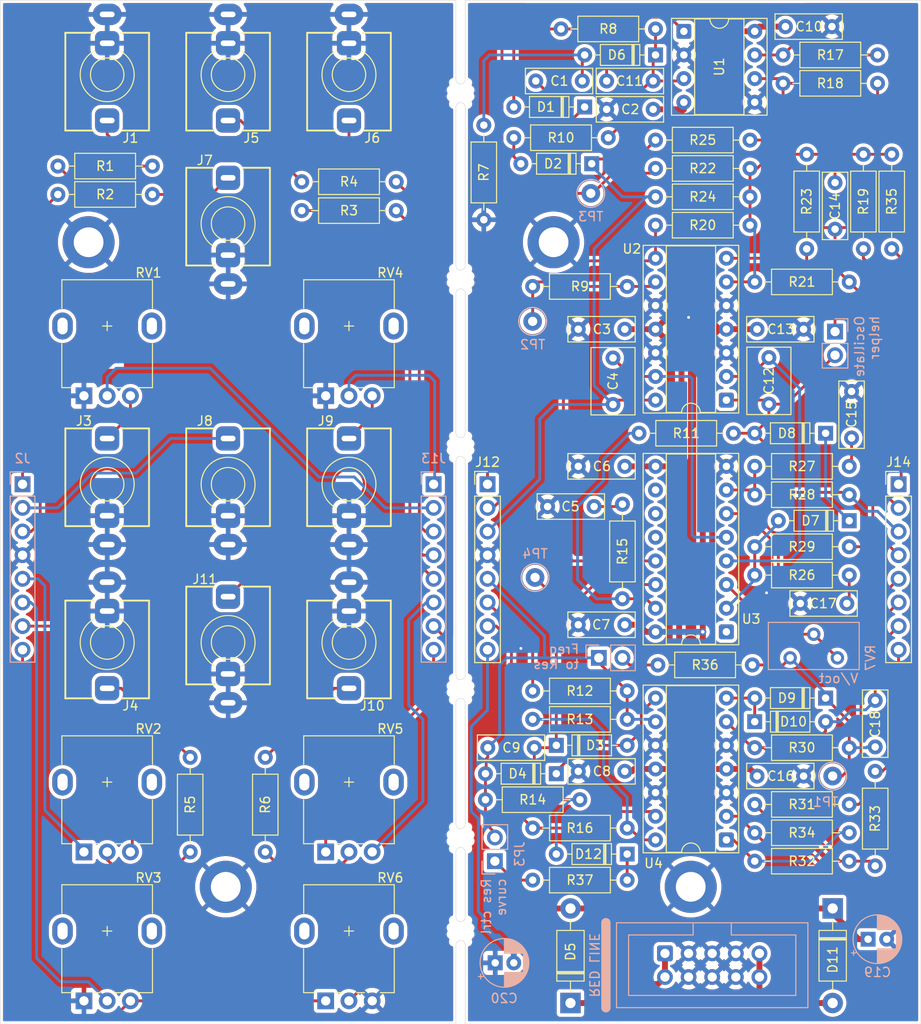
<source format=kicad_pcb>
(kicad_pcb (version 20241229) (generator "pcbnew") (generator_version "9.0")
  (title_block (comment 2 "creativecommons.org/licenses/by/4.0") (comment 3 "License: CC BY 4.0") (comment 4 "Author: Guy John"))
  (layers (0 "F.Cu" signal) (2 "B.Cu" signal) (5 "F.SilkS" user "F.Silkscreen") (7 "B.SilkS" user "B.Silkscreen") (1 "F.Mask" user) (3 "B.Mask" user) (25 "Edge.Cuts" user))
  (net 0 "")
  (net 1 "/PING_MAIN")
  (net 2 "Net-(D1-A)")
  (net 3 "Net-(D2-A)")
  (net 4 "Net-(D1-K)")
  (net 5 "Net-(D6-A)")
  (net 6 "GND")
  (net 7 "Net-(U2D--)")
  (net 8 "Net-(U1B--)")
  (net 9 "Net-(C5-Pad1)")
  (net 10 "VCC")
  (net 11 "VEE")
  (net 12 "/FREQ_ATTV_CW_MAIN")
  (net 13 "Net-(D10-K)")
  (net 14 "/RES_ATTV_CW_MAIN")
  (net 15 "RES_VC")
  (net 16 "Net-(U2A--)")
  (net 17 "Net-(C15-Pad1)")
  (net 18 "Net-(C17-Pad1)")
  (net 19 "Net-(D3-A)")
  (net 20 "Net-(D9-K)")
  (net 21 "Net-(D7-A)")
  (net 22 "Net-(D6-K)")
  (net 23 "Net-(D7-K)")
  (net 24 "/HIPASS_CTRL")
  (net 25 "/PING_CTRL")
  (net 26 "Net-(J3-PadT)")
  (net 27 "Net-(J4-PadT)")
  (net 28 "/BANDPASS_CTRL")
  (net 29 "/LOWPASS_CTRL")
  (net 30 "Net-(J7-PadT)")
  (net 31 "Net-(J9-PadT)")
  (net 32 "/V_OCT_CTRL")
  (net 33 "/FILTER_INPUT_1_MAIN")
  (net 34 "/FILTER_INPUT_2_MAIN")
  (net 35 "/FILTER_INPUT_1_CTRL")
  (net 36 "/FILTER_INPUT_2_CTRL")
  (net 37 "/RES_ATTV_CW_CTRL")
  (net 38 "/FREQ_ATTV_ACW_CTRL")
  (net 39 "/RES_CV_CTRL")
  (net 40 "/RES_ATTV_ACW_CTRL")
  (net 41 "/FREQ_ATTV_CW_CTRL")
  (net 42 "/FREQ_CV_CTRL")
  (net 43 "/V_OCT_MAIN")
  (net 44 "/FREQ_ATTV_ACW_MAIN")
  (net 45 "/FREQ_CV_MAIN")
  (net 46 "/RES_CV_MAIN")
  (net 47 "/RES_ATTV_ACW_MAIN")
  (net 48 "Net-(JP1-A)")
  (net 49 "Net-(J10-PadT)")
  (net 50 "Net-(R5-Pad1)")
  (net 51 "Net-(R6-Pad1)")
  (net 52 "Net-(U2C--)")
  (net 53 "Net-(R20-Pad1)")
  (net 54 "Net-(R11-Pad1)")
  (net 55 "Net-(R13-Pad2)")
  (net 56 "Net-(R27-Pad1)")
  (net 57 "FREQ_VC")
  (net 58 "Net-(R32-Pad2)")
  (net 59 "Net-(U2B--)")
  (net 60 "/+12IN")
  (net 61 "/-12IN")
  (net 62 "/NEG_VREF_MAIN")
  (net 63 "/NEG_VREF_CTRL")
  (net 64 "HI_PASS_OUTPUT")
  (net 68 "BAND_PASS_OUTPUT")
  (net 69 "LOW_PASS_OUTPUT")
  (net 70 "Net-(J1-PadT)")
  (net 71 "Net-(J5-PadT)")
  (net 72 "Net-(J6-PadT)")
  (net 73 "NOTCH_OUTPUT")
  (net 74 "/NOTCH_CTRL")
  (net 76 "Net-(JP2-B)")
  (net 77 "Net-(D12-K)")
  (net 78 "Net-(JP3-A)")
  (footprint "Rumblesan_Standard_Parts:R_Axial_DIN0207_L6.3mm_D2.5mm_P10.16mm_Horizontal" (layer "F.Cu") (at 162.814 66.548 -90)
    (property "Reference" "R19")
    (property "Value" "100k")
  )
  (footprint "Rumblesan_Standard_Parts:R_Axial_DIN0207_L6.3mm_D2.5mm_P10.16mm_Horizontal" (layer "F.Cu") (at 161.29 80.264 180)
    (property "Reference" "R21")
    (property "Value" "100k")
  )
  (footprint "Rumblesan_Audio_Connectors:Jack_3.5mm_QingPu_WQP-PJ398SM_Vertical" (layer "F.Cu") (at 107.5 119 180)
    (property "Reference" "J10")
    (property "Value" "AudioJack2_SwitchT" (hide yes))
  )
  (footprint "Rumblesan_Standard_Parts:D_DO-41_SOD81_P10.16mm_Horizontal" (layer "F.Cu") (at 131.318 157.734 90)
    (property "Reference" "D5")
    (property "Value" "1N5818")
  )
  (footprint "Rumblesan_Standard_Parts:D_DO-35_SOD27_P7.62mm_Horizontal" (layer "F.Cu") (at 161.29 105.918 180)
    (property "Reference" "D7")
    (property "Value" "6v8")
  )
  (footprint "Rumblesan_Standard_Parts:R_Axial_DIN0207_L6.3mm_D2.5mm_P10.16mm_Horizontal" (layer "F.Cu") (at 130.302 53.086)
    (property "Reference" "R8")
    (property "Value" "1M5")
  )
  (footprint "Rumblesan_Standard_Parts:R_Axial_DIN0207_L6.3mm_D2.5mm_P10.16mm_Horizontal" (layer "F.Cu") (at 150.622 68.072 180)
    (property "Reference" "R22")
    (property "Value" "220k")
  )
  (footprint "Rumblesan_Standard_Parts:R_Axial_DIN0207_L6.3mm_D2.5mm_P10.16mm_Horizontal" (layer "F.Cu") (at 151.13 108.712)
    (property "Reference" "R29")
    (property "Value" "33k")
  )
  (footprint "Rumblesan_Standard_Parts:C_Rect_L7.0mm_W2.5mm_P5.00mm" (layer "F.Cu") (at 132.16 100.076)
    (property "Reference" "C6")
    (property "Value" "100nF")
  )
  (footprint "Capacitor_THT:C_Rect_L7.0mm_W4.5mm_P5.00mm" (layer "F.Cu") (at 152.654 88.392 -90)
    (property "Reference" "C12")
    (property "Value" "220pF")
  )
  (footprint "Rumblesan_Standard_Parts:MountingHole_3.2mm_M3_DIN965_Pad" (layer "F.Cu") (at 79.5 76)
    (property "Reference" "H2" (hide yes))
    (property "Value" "MountingHole_Pad" (hide yes))
  )
  (footprint "Rumblesan_Standard_Parts:D_DO-35_SOD27_P7.62mm_Horizontal" (layer "F.Cu") (at 137.414 141.732 180)
    (property "Reference" "D12")
    (property "Value" "1n4148")
  )
  (footprint "Rumblesan_Standard_Parts:C_Rect_L7.0mm_W2.5mm_P5.00mm" (layer "F.Cu") (at 164.084 125.222 -90)
    (property "Reference" "C18")
    (property "Value" "22pF")
  )
  (footprint "Rumblesan_Standard_Parts:R_Axial_DIN0207_L6.3mm_D2.5mm_P10.16mm_Horizontal" (layer "F.Cu") (at 137.414 138.938 180)
    (property "Reference" "R16")
    (property "Value" "33k")
  )
  (footprint "Rumblesan_Standard_Parts:R_Axial_DIN0207_L6.3mm_D2.5mm_P10.16mm_Horizontal" (layer "F.Cu") (at 156.718 76.708 90)
    (property "Reference" "R23")
    (property "Value" "330k")
  )
  (footprint "Rumblesan_Standard_Parts:D_DO-35_SOD27_P7.62mm_Horizontal" (layer "F.Cu") (at 129.794 133.096 180)
    (property "Reference" "D4")
    (property "Value" "1n4148")
  )
  (footprint "Rumblesan_Standard_Parts:C_Rect_L7.0mm_W2.5mm_P5.00mm" (layer "F.Cu") (at 161.036 114.808 180)
    (property "Reference" "C17")
    (property "Value" "560pF")
  )
  (footprint "Rumblesan_Potentiometer_THT:Potentiometer_Alpha_RD901F-40-00D_Single_Vertical" (layer "F.Cu") (at 107.5 85)
    (property "Reference" "RV4")
    (property "Value" "10kA" (hide yes))
  )
  (footprint "Rumblesan_Standard_Parts:R_Axial_DIN0207_L6.3mm_D2.5mm_P10.16mm_Horizontal" (layer "F.Cu") (at 165.862 66.548 -90)
    (property "Reference" "R35")
    (property "Value" "100k")
  )
  (footprint "Rumblesan_Standard_Parts:C_Rect_L7.0mm_W2.5mm_P5.00mm" (layer "F.Cu") (at 132.16 85.344)
    (property "Reference" "C3")
    (property "Value" "100nF")
  )
  (footprint "Rumblesan_Standard_Parts:R_Axial_DIN0207_L6.3mm_D2.5mm_P10.16mm_Horizontal" (layer "F.Cu") (at 132.334 135.89 180)
    (property "Reference" "R14")
    (property "Value" "33k")
  )
  (footprint "Rumblesan_Standard_Parts:MountingHole_3.2mm_M3_DIN965_Pad" (layer "F.Cu") (at 144.25 145.25)
    (property "Reference" "H4" (hide yes))
    (property "Value" "MountingHole_Pad" (hide yes))
  )
  (footprint "Rumblesan_Standard_Parts:C_Rect_L7.0mm_W2.5mm_P5.00mm" (layer "F.Cu") (at 161.544 97.028 90)
    (property "Reference" "C15")
    (property "Value" "560pF")
  )
  (footprint "Rumblesan_Standard_Parts:R_Axial_DIN0207_L6.3mm_D2.5mm_P10.16mm_Horizontal" (layer "F.Cu") (at 86.36 70.866 180)
    (property "Reference" "R2")
    (property "Value" "330r")
  )
  (footprint "Rumblesan_Standard_Parts:R_Axial_DIN0207_L6.3mm_D2.5mm_P10.16mm_Horizontal" (layer "F.Cu") (at 150.622 65.024 180)
    (property "Reference" "R25")
    (property "Value" "33k")
  )
  (footprint "Rumblesan_Potentiometer_THT:Potentiometer_Alpha_RD901F-40-00D_Single_Vertical" (layer "F.Cu") (at 81.5 85)
    (property "Reference" "RV1")
    (property "Value" "10kA" (hide yes))
  )
  (footprint "Rumblesan_Audio_Connectors:Jack_3.5mm_QingPu_WQP-PJ398SM_Vertical" (layer "F.Cu") (at 94.5 58 180)
    (property "Reference" "J5")
    (property "Value" "AudioJack2_SwitchT" (hide yes))
  )
  (footprint "Rumblesan_Audio_Connectors:Jack_3.5mm_QingPu_WQP-PJ398SM_Vertical" (layer "F.Cu") (at 81.5 58 180)
    (property "Reference" "J1")
    (property "Value" "AudioJack2_SwitchT" (hide yes))
  )
  (footprint "Rumblesan_Standard_Parts:C_Rect_L7.0mm_W2.5mm_P5.00mm" (layer "F.Cu") (at 159.766 69.596 -90)
    (property "Reference" "C14")
    (property "Value" "22pF")
  )
  (footprint "Rumblesan_Standard_Parts:R_Axial_DIN0207_L6.3mm_D2.5mm_P10.16mm_Horizontal" (layer "F.Cu") (at 137.414 144.526 180)
    (property "Reference" "R37")
    (property "Value" "33k")
  )
  (footprint "Package_DIP:DIP-14_W7.62mm_Socket" (layer "F.Cu") (at 148.082 140.208 180)
    (property "Reference" "U4")
    (property "Value" "TL074")
  )
  (footprint "Rumblesan_Audio_Connectors:Jack_3.5mm_QingPu_WQP-PJ398SM_Vertical" (layer "F.Cu") (at 81.5 119 180)
    (property "Reference" "J4")
    (property "Value" "AudioJack2_SwitchT" (hide yes))
  )
  (footprint "Rumblesan_Panelization:mouse-bite-1mm-slot" (layer "F.Cu") (at 119.5 60 90)
    (property "Reference" "mouse-bite-1mm-slot" (hide yes))
    (property "Value" "VAL**" (hide yes))
    (fp_arc (start -1.5 -0.5) (mid -1 0) (end -1.5 0.5) (stroke (width 0.05)) (layer "Edge.Cuts"))
    (fp_arc (start 1.5 0.5) (mid 1 0) (end 1.5 -0.5) (stroke (width 0.05)) (layer "Edge.Cuts"))
  )
  (footprint "Rumblesan_Standard_Parts:D_DO-35_SOD27_P7.62mm_Horizontal" (layer "F.Cu") (at 132.842 61.468 180)
    (property "Reference" "D1")
    (property "Value" "1N4148")
  )
  (footprint "Rumblesan_Panelization:mouse-bite-1mm-slot" (layer "F.Cu") (at 119.5 124 90)
    (property "Reference" "mouse-bite-1mm-slot" (hide yes))
    (property "Value" "VAL**" (hide yes))
    (fp_arc (start -1.5 -0.5) (mid -1 0) (end -1.5 0.5) (stroke (width 0.05)) (layer "Edge.Cuts"))
    (fp_arc (start 1.5 0.5) (mid 1 0) (end 1.5 -0.5) (stroke (width 0.05)) (layer "Edge.Cuts"))
  )
  (footprint "Rumblesan_Potentiometer_THT:Potentiometer_Alpha_RD901F-40-00D_Single_Vertical" (layer "F.Cu") (at 107.5 150)
    (property "Reference" "RV6")
    (property "Value" "10k" (hide yes))
  )
  (footprint "Rumblesan_Standard_Parts:R_Axial_DIN0207_L6.3mm_D2.5mm_P10.16mm_Horizontal" (layer "F.Cu") (at 161.29 142.494 180)
    (property "Reference" "R32")
    (property "Value" "33k")
  )
  (footprint "Rumblesan_Panelization:mouse-bite-1mm-slot" (layer "F.Cu") (at 119.5 140 90)
    (property "Reference" "mouse-bite-1mm-slot" (hide yes))
    (property "Value" "VAL**" (hide yes))
    (fp_arc (start -1.5 -0.5) (mid -1 0) (end -1.5 0.5) (stroke (width 0.05)) (layer "Edge.Cuts"))
    (fp_arc (start 1.5 0.5) (mid 1 0) (end 1.5 -0.5) (stroke (width 0.05)) (layer "Edge.Cuts"))
  )
  (footprint "Rumblesan_Panelization:mouse-bite-1mm-slot" (layer "F.Cu") (at 119.5 150 90)
    (property "Reference" "mouse-bite-1mm-slot" (hide yes))
    (property "Value" "VAL**" (hide yes))
    (fp_arc (start -1.5 -0.5) (mid -1 0) (end -1.5 0.5) (stroke (width 0.05)) (layer "Edge.Cuts"))
    (fp_arc (start 1.5 0.5) (mid 1 0) (end 1.5 -0.5) (stroke (width 0.05)) (layer "Edge.Cuts"))
  )
  (footprint "Rumblesan_Standard_Parts:R_Axial_DIN0207_L6.3mm_D2.5mm_P10.16mm_Horizontal" (layer "F.Cu") (at 151.13 103.124)
    (property "Reference" "R28")
    (property "Value" "33k")
  )
  (footprint "Rumblesan_Audio_Connectors:Jack_3.5mm_QingPu_WQP-PJ398SM_Vertical" (layer "F.Cu") (at 107.5 102)
    (property "Reference" "J9")
    (property "Value" "AudioJack2_SwitchT" (hide yes))
  )
  (footprint "Rumblesan_Standard_Parts:C_Rect_L7.0mm_W2.5mm_P5.00mm" (layer "F.Cu") (at 135.208 61.722)
    (property "Reference" "C2")
    (property "Value" "100nF")
  )
  (footprint "Rumblesan_Standard_Parts:R_Axial_DIN0207_L6.3mm_D2.5mm_P10.16mm_Horizontal" (layer "F.Cu") (at 151.13 100.076)
    (property "Reference" "R27")
    (property "Value" "510r")
  )
  (footprint "Rumblesan_Standard_Parts:R_Axial_DIN0207_L6.3mm_D2.5mm_P10.16mm_Horizontal" (layer "F.Cu") (at 102.42 69.5)
    (property "Reference" "R4")
    (property "Value" "330r")
  )
  (footprint "Rumblesan_Standard_Parts:R_Axial_DIN0207_L6.3mm_D2.5mm_P10.16mm_Horizontal" (layer "F.Cu") (at 154.178 55.88)
    (property "Reference" "R17")
    (property "Value" "33k")
  )
  (footprint "Rumblesan_Standard_Parts:R_Axial_DIN0207_L6.3mm_D2.5mm_P10.16mm_Horizontal" (layer "F.Cu") (at 98.5 141.5 90)
    (property "Reference" "R6")
    (property "Value" "100k")
  )
  (footprint "Rumblesan_Standard_Parts:R_Axial_DIN0207_L6.3mm_D2.5mm_P10.16mm_Horizontal" (layer "F.Cu") (at 90.424 141.5 90)
    (property "Reference" "R5")
    (property "Value" "100k")
  )
  (footprint "Rumblesan_Standard_Parts:R_Axial_DIN0207_L6.3mm_D2.5mm_P10.16mm_Horizontal" (layer "F.Cu") (at 86.36 67.818 180)
    (property "Reference" "R1")
    (property "Value" "330r")
  )
  (footprint "Rumblesan_Standard_Parts:D_DO-35_SOD27_P7.62mm_Horizontal" (layer "F.Cu") (at 129.794 130.048)
    (property "Reference" "D3")
    (property "Value" "1n4148")
  )
  (footprint "Rumblesan_Standard_Parts:R_Axial_DIN0207_L6.3mm_D2.5mm_P10.16mm_Horizontal" (layer "F.Cu") (at 140.462 74.168)
    (property "Reference" "R20")
    (property "Value" "100k")
  )
  (footprint "Package_DIP:DIP-14_W7.62mm_Socket" (layer "F.Cu") (at 148.082 92.959 180)
    (property "Reference" "U2")
    (property "Value" "TL074")
  )
  (footprint "Rumblesan_Standard_Parts:R_Axial_DIN0207_L6.3mm_D2.5mm_P10.16mm_Horizontal" (layer "F.Cu") (at 137.414 124.206 180)
    (property "Reference" "R12")
    (property "Value" "100k")
  )
  (footprint "Rumblesan_Audio_Connectors:Jack_3.5mm_QingPu_WQP-PJ398SM_Vertical" (layer "F.Cu") (at 94.5 102)
    (property "Reference" "J8")
    (property "Value" "AudioJack2_SwitchT" (hide yes))
  )
  (footprint "Rumblesan_Standard_Parts:C_Rect_L7.0mm_W2.5mm_P5.00mm" (layer "F.Cu") (at 154.432 52.832)
    (property "Reference" "C10")
    (property "Value" "100nF")
  )
  (footprint "Rumblesan_Panelization:mouse-bite-1mm-slot" (layer "F.Cu") (at 119.5 98 90)
    (property "Reference" "mouse-bite-1mm-slot" (hide yes))
    (property "Value" "VAL**" (hide yes))
    (fp_arc (start -1.5 -0.5) (mid -1 0) (end -1.5 0.5) (stroke (width 0.05)) (layer "Edge.Cuts"))
    (fp_arc (start 1.5 0.5) (mid 1 0) (end 1.5 -0.5) (stroke (width 0.05)) (layer "Edge.Cuts"))
  )
  (footprint "Rumblesan_Standard_Parts:R_Axial_DIN0207_L6.3mm_D2.5mm_P10.16mm_Horizontal" (layer "F.Cu") (at 125.222 64.77)
    (property "Reference" "R10")
    (property "Value" "330k")
  )
  (footprint "Rumblesan_Standard_Parts:R_Axial_DIN0207_L6.3mm_D2.5mm_P10.16mm_Horizontal" (layer "F.Cu") (at 127.25 80.75)
    (property "Reference" "R9")
    (property "Value" "100k")
  )
  (footprint "Connector_PinHeader_2.54mm:PinHeader_1x08_P2.54mm_Vertical" (layer "F.Cu") (at 166.6 102)
    (property "Reference" "J14")
    (property "Value" "Conn_01x08_Pin" (hide yes))
  )
  (footprint "Rumblesan_Audio_Connectors:Jack_3.5mm_QingPu_WQP-PJ398SM_Vertical" (layer "F.Cu") (at 94.5 119)
    (property "Reference" "J11")
    (property "Value" "AudioJack2_SwitchT" (hide yes))
  )
  (footprint "Rumblesan_Standard_Parts:R_Axial_DIN0207_L6.3mm_D2.5mm_P10.16mm_Horizontal" (layer "F.Cu") (at 164.084 143.002 90)
    (property "Reference" "R33")
    (property "Value" "100k")
  )
  (footprint "Rumblesan_Standard_Parts:R_Axial_DIN0207_L6.3mm_D2.5mm_P10.16mm_Horizontal" (layer "F.Cu") (at 150.876 121.412 180)
    (property "Reference" "R36")
    (property "Value" "100k")
  )
  (footprint "Rumblesan_Standard_Parts:D_DO-35_SOD27_P7.62mm_Horizontal" (layer "F.Cu") (at 133.604 67.564 180)
    (property "Reference" "D2")
    (property "Value" "1N4148")
  )
  (footprint "Rumblesan_Standard_Parts:R_Axial_DIN0207_L6.3mm_D2.5mm_P10.16mm_Horizontal" (layer "F.Cu") (at 161.29 139.446 180)
    (property "Reference" "R34")
    (property "Value" "33k")
  )
  (footprint "Rumblesan_Potentiometer_THT:Potentiometer_Alpha_RD901F-40-00D_Single_Vertical" (layer "F.Cu") (at 81.5 150)
    (property "Reference" "RV3")
    (property "Value" "10k" (hide yes))
  )
  (footprint "Rumblesan_Standard_Parts:D_DO-35_SOD27_P7.62mm_Horizontal" (layer "F.Cu") (at 158.75 96.52 180)
    (property "Reference" "D8")
    (property "Value" "6v8")
  )
  (footprint "Rumblesan_Standard_Parts:R_Axial_DIN0207_L6.3mm_D2.5mm_P10.16mm_Horizontal" (layer "F.Cu") (at 151.13 111.76)
    (property "Reference" "R26")
    (property "Value" "510r")
  )
  (footprint "Rumblesan_Standard_Parts:R_Axial_DIN0207_L6.3mm_D2.5mm_P10.16mm_Horizontal" (layer "F.Cu") (at 154.178 58.928)
    (property "Reference" "R18")
    (property "Value" "33k")
  )
  (footprint "Rumblesan_Standard_Parts:MountingHole_3.2mm_M3_DIN965_Pad" (layer "F.Cu") (at 129.5 76)
    (property "Reference" "H1" (hide yes))
    (property "Value" "MountingHole_Pad" (hide yes))
  )
  (footprint "Rumblesan_Audio_Connectors:Jack_3.5mm_QingPu_WQP-PJ398SM_Vertical" (layer "F.Cu") (at 94.5 74)
    (property "Reference" "J7")
    (property "Value" "AudioJack2_SwitchT" (hide yes))
  )
  (footprint "Rumblesan_Potentiometer_THT:Potentiometer_Alpha_RD901F-40-00D_Single_Vertical" (layer "F.Cu") (at 107.5 134)
    (property "Reference" "RV5")
    (property "Value" "10kB" (hide yes))
  )
  (footprint "Rumblesan_Potentiometer_THT:Potentiometer_Alpha_RD901F-40-00D_Single_Vertical" (layer "F.Cu") (at 81.5 134)
    (property "Reference" "RV2")
    (property "Value" "10k" (hide yes))
  )
  (footprint "Package_DIP:DIP-16_W7.62mm_Socket" (layer "F.Cu") (at 148.082 117.856 180)
    (property "Reference" "U3")
    (property "Value" "SSI2164")
  )
  (footprint "Rumblesan_Standard_Parts:C_Rect_L7.0mm_W2.5mm_P5.00mm" (layer "F.Cu") (at 151.384 85.344)
    (property "Reference" "C13")
    (property "Value" "100nF")
  )
  (footprint "Rumblesan_Audio_Connectors:Jack_3.5mm_QingPu_WQP-PJ398SM_Vertical" (layer "F.Cu") (at 107.5 58 180)
    (property "Reference" "J6")
    (property "Value" "AudioJack2_SwitchT" (hide yes))
  )
  (footprint "Rumblesan_Standard_Parts:C_Rect_L7.0mm_W2.5mm_P5.00mm" (layer "F.Cu") (at 151.384 133.35)
    (property "Reference" "C16")
    (property "Value" "100nF")
  )
  (footprint "Rumblesan_Standard_Parts:D_DO-35_SOD27_P7.62mm_Horizontal" (layer "F.Cu") (at 158.75 124.968 180)
    (property "Reference" "D9")
    (property "Value" "1N4148")
  )
  (footprint "Package_DIP:DIP-8_W7.62mm_Socket" (layer "F.Cu") (at 143.51 53.34)
    (property "Reference" "U1")
    (property "Value" "TL072")
  )
  (footprint "Rumblesan_Standard_Parts:C_Rect_L7.0mm_W2.5mm_P5.00mm" (layer "F.Cu") (at 140.208 58.674 180)
    (property "Reference" "C11")
    (property "Value" "22pF")
  )
  (footprint "Rumblesan_Standard_Parts:R_Axial_DIN0207_L6.3mm_D2.5mm_P10.16mm_Horizontal" (layer "F.Cu") (at 137.414 127.254 180)
    (property "Reference" "R13")
    (property "Value" "33k")
  )
  (footprint "Capacitor_THT:C_Rect_L7.0mm_W4.5mm_P5.00mm" (layer "F.Cu") (at 135.89 88.432 -90)
    (property "Reference" "C4")
    (property "Value" "220pF")
  )
  (footprint "Rumblesan_Standard_Parts:D_DO-41_SOD81_P10.16mm_Horizontal" (layer "F.Cu") (at 159.512 147.574 -90)
    (property "Reference" "D11")
    (property "Value" "1N5818")
  )
  (footprint "Rumblesan_Panelization:mouse-bite-1mm-slot" (layer "F.Cu") (at 119.5 80 90)
    (property "Reference" "mouse-bite-1mm-slot" (hide yes))
    (property "Value" "VAL**" (hide yes))
    (fp_arc (start -1.5 -0.5) (mid -1 0) (end -1.5 0.5) (stroke (width 0.05)) (layer "Edge.Cuts"))
    (fp_arc (start 1.5 0.5) (mid 1 0) (end 1.5 -0.5) (stroke (width 0.05)) (layer "Edge.Cuts"))
  )
  (footprint "Rumblesan_Standard_Parts:MountingHole_3.2mm_M3_DIN965_Pad" (layer "F.Cu") (at 94.25 145.25)
    (property "Reference" "H3" (hide yes))
    (property "Value" "MountingHole_Pad" (hide yes))
  )
  (footprint "Rumblesan_Standard_Parts:C_Rect_L7.0mm_W2.5mm_P5.00mm" (layer "F.Cu") (at 127.588 58.674)
    (property "Reference" "C1")
    (property "Value" "10nF")
  )
  (footprint "Rumblesan_Standard_Parts:R_Axial_DIN0207_L6.3mm_D2.5mm_P10.16mm_Horizontal" (layer "F.Cu") (at 136.906 114.3 90)
    (property "Reference" "R15")
    (property "Value" "510r")
  )
  (footprint "Rumblesan_Standard_Parts:R_Axial_DIN0207_L6.3mm_D2.5mm_P10.16mm_Horizontal" (layer "F.Cu") (at 161.29 130.302 180)
    (property "Reference" "R30")
    (property "Value" "33k")
  )
  (footprint "Rumblesan_Standard_Parts:C_Rect_L7.0mm_W2.5mm_P5.00mm" (layer "F.Cu") (at 122.428 130.302)
    (property "Reference" "C9")
    (property "Value" "20pF")
  )
  (footprint "Rumblesan_Standard_Parts:D_DO-35_SOD27_P7.62mm_Horizontal" (layer "F.Cu") (at 140.462 55.88 180)
    (property "Reference" "D6")
    (property "Value" "1N4148")
  )
  (footprint "Rumblesan_Audio_Connectors:Jack_3.5mm_QingPu_WQP-PJ398SM_Vertical" (layer "F.Cu") (at 81.5 102)
    (property "Reference" "J3")
    (property "Value" "AudioJack2_SwitchT" (hide yes))
  )
  (footprint "Rumblesan_Standard_Parts:R_Axial_DIN0207_L6.3mm_D2.5mm_P10.16mm_Horizontal" (layer "F.Cu") (at 140.462 71.12)
    (property "Reference" "R24")
    (property "Value" "100k")
  )
  (footprint "Rumblesan_Standard_Parts:C_Rect_L7.0mm_W2.5mm_P5.00mm" (layer "F.Cu") (at 137.16 117.094 180)
    (property "Reference" "C7")
    (property "Value" "100nF")
  )
  (footprint "Rumblesan_Standard_Parts:R_Axial_DIN0207_L6.3mm_D2.5mm_P10.16mm_Horizontal" (layer "F.Cu") (at 122 63.42 -90)
    (property "Reference" "R7")
    (property "Value" "180k")
  )
  (footprint "Rumblesan_Standard_Parts:R_Axial_DIN0207_L6.3mm_D2.5mm_P10.16mm_Horizontal" (layer "F.Cu") (at 102.42 72.6)
    (property "Reference" "R3")
    (property "Value" "330r")
  )
  (footprint "Rumblesan_Standard_Parts:C_Rect_L7.0mm_W2.5mm_P5.00mm" (layer "F.Cu") (at 133.858 104.394 180)
    (property "Reference" "C5")
    (property "Value" "560pF")
  )
  (footprint "Rumblesan_Standard_Parts:R_Axial_DIN0207_L6.3mm_D2.5mm_P10.16mm_Horizontal" (layer "F.Cu") (at 138.684 96.52)
    (property "Reference" "R11")
    (property "Value" "33k")
  )
  (footprint "Rumblesan_Standard_Parts:C_Rect_L7.0mm_W2.5mm_P5.00mm" (layer "F.Cu") (at 132.16 132.842)
    (property "Reference" "C8")
    (property "Value" "100nF")
  )
  (footprint "Connector_PinHeader_2.54mm:PinHeader_1x08_P2.54mm_Vertical" (layer "F.Cu") (at 122.4 102)
    (property "Reference" "J12")
    (property "Value" "Conn_01x08_Pin" (hide yes))
  )
  (footprint "Rumblesan_Standard_Parts:R_Axial_DIN0207_L6.3mm_D2.5mm_P10.16mm_Horizontal" (layer "F.Cu") (at 151.13 136.398)
    (property "Reference" "R31")
    (property "Value" "100k")
  )
  (footprint "Rumblesan_Standard_Parts:D_DO-35_SOD27_P7.62mm_Horizontal" (layer "F.Cu") (at 151.13 127.508)
    (property "Reference" "D10")
    (property "Value" "1N4148")
  )
  (footprint "Rumblesan_Standard_Parts:TestPoint_Loop_D2.50mm_Drill1.0mm_LowProfile" (layer "B.Cu") (at 127.25 84.5 180)
    (property "Reference" "TP2")
    (property "Value" "TestPoint" (hide yes))
  )
  (footprint "Rumblesan_Standard_Parts:TestPoint_Loop_D2.50mm_Drill1.0mm_LowProfile" (layer "B.Cu") (at 159.512 133.35 180)
    (property "Reference" "TP1")
    (property "Value" "TestPoint" (hide yes))
  )
  (footprint "Rumblesan_Standard_Parts:TestPoint_Loop_D2.50mm_Drill1.0mm_LowProfile" (layer "B.Cu") (at 127.508 112.014 180)
    (property "Reference" "TP4")
    (property "Value" "TestPoint" (hide yes))
  )
  (footprint "Rumblesan_Standard_Parts:CP_Radial_D5.0mm_P2.00mm" (layer "B.Cu") (at 163.322 150.876)
    (property "Reference" "C19")
    (property "Value" "10uF")
  )
  (footprint "Rumblesan_Eurorack_Power:Eurorack_Power_IDC-Header_2x05_P2.54mm_Vertical" (layer "B.Cu") (at 141.478 152.4 -90)
    (property "Reference" "J15" (hide yes))
    (property "Value" "Conn_02x05_Odd_Even" (hide yes))
  )
  (footprint "Rumblesan_Potentiometer_THT:Potentiometer_Vishay_T93YB_Vertical" (layer "B.Cu") (at 160.02 120.65)
    (property "Reference" "RV7")
    (property "Value" "2k")
  )
  (footprint "Connector_PinSocket_2.54mm:PinSocket_1x08_P2.54mm_Vertical" (layer "B.Cu") (at 72.4 102 180)
    (property "Reference" "J2")
    (property "Value" "Conn_01x08_Socket" (hide yes))
  )
  (footprint "Connector_PinHeader_2.54mm:PinHeader_1x02_P2.54mm_Vertical" (layer "B.Cu") (at 159.766 85.598 180)
    (property "Reference" "JP1" (hide yes))
    (property "Value" "Jumper_2_Open" (hide yes))
  )
  (footprint "Rumblesan_Standard_Parts:TestPoint_Loop_D2.50mm_Drill1.0mm_LowProfile" (layer "B.Cu") (at 133.5 70.75 180)
    (property "Reference" "TP3")
    (property "Value" "TestPoint" (hide yes))
  )
  (footprint "NetTie:NetTie-2_SMD_Pad0.5mm" (layer "B.Cu") (at 122 149 -90)
    (property "Reference" "NT1" (hide yes))
    (property "Value" "NetTie_2" (hide yes))
  )
  (footprint "Connector_PinHeader_2.54mm:PinHeader_1x02_P2.54mm_Vertical" (layer "B.Cu") (at 123.19 142.494)
    (property "Reference" "JP3")
    (property "Value" "Jumper_2_Open" (hide yes))
  )
  (footprint "Rumblesan_Standard_Parts:CP_Radial_D5.0mm_P2.00mm" (layer "B.Cu") (at 123.222 153.416)
    (property "Reference" "C20")
    (property "Value" "10uF")
  )
  (footprint "Connector_PinSocket_2.54mm:PinSocket_1x08_P2.54mm_Vertical" (layer "B.Cu") (at 116.6 102 180)
    (property "Reference" "J13")
    (property "Value" "Conn_01x08_Socket" (hide yes))
  )
  (footprint "Connector_PinHeader_2.54mm:PinHeader_1x02_P2.54mm_Vertical" (layer "B.Cu") (at 134.366 120.65 -90)
    (property "Reference" "JP2" (hide yes))
    (property "Value" "Jumper_2_Open" (hide yes))
  )
  (gr_line (start 70 50) (end 119 50) (stroke (width 0.05)) (layer "Edge.Cuts"))
  (gr_line (start 120 141.5) (end 120 148.5) (stroke (width 0.05)) (layer "Edge.Cuts"))
  (gr_line (start 169 160) (end 120 160) (stroke (width 0.05)) (layer "Edge.Cuts"))
  (gr_line (start 119 160) (end 119 151.5) (stroke (width 0.05)) (layer "Edge.Cuts"))
  (gr_line (start 119 122.5) (end 119 99.5) (stroke (width 0.05)) (layer "Edge.Cuts"))
  (gr_line (start 120 81.5) (end 120 96.5) (stroke (width 0.05)) (layer "Edge.Cuts"))
  (gr_line (start 120 50) (end 120 58.5) (stroke (width 0.05)) (layer "Edge.Cuts"))
  (gr_line (start 169 50) (end 169 160) (stroke (width 0.05)) (layer "Edge.Cuts"))
  (gr_line (start 119 78.5) (end 119 61.5) (stroke (width 0.05)) (layer "Edge.Cuts"))
  (gr_line (start 120 50) (end 169 50) (stroke (width 0.05)) (layer "Edge.Cuts"))
  (gr_line (start 119 148.5) (end 119 141.5) (stroke (width 0.05)) (layer "Edge.Cuts"))
  (gr_line (start 120 125.5) (end 120 138.5) (stroke (width 0.05)) (layer "Edge.Cuts"))
  (gr_line (start 120 61.5) (end 120 78.5) (stroke (width 0.05)) (layer "Edge.Cuts"))
  (gr_line (start 120 99.5) (end 120 122.5) (stroke (width 0.05)) (layer "Edge.Cuts"))
  (gr_line (start 119 138.5) (end 119 125.5) (stroke (width 0.05)) (layer "Edge.Cuts"))
  (gr_line (start 119 58.5) (end 119 50) (stroke (width 0.05)) (layer "Edge.Cuts"))
  (gr_line (start 70 160) (end 70 50) (stroke (width 0.05)) (layer "Edge.Cuts"))
  (gr_line (start 119 160) (end 70 160) (stroke (width 0.05)) (layer "Edge.Cuts"))
  (gr_line (start 120 151.5) (end 120 160) (stroke (width 0.05)) (layer "Edge.Cuts"))
  (gr_line (start 119 96.5) (end 119 81.5) (stroke (width 0.05)) (layer "Edge.Cuts"))
  (gr_text "V/oct" (at 162.365 123.444 0) (layer "B.SilkS") (effects (font (size 1 1)) (justify left bottom mirror)))
  (gr_text "Oscillate\nhelper" (at 164.592 83.82 90) (layer "B.SilkS") (effects (font (size 1 1)) (justify left bottom mirror)))
  (gr_text "Res ctrl\ncurve" (at 124.46 144.272 90) (layer "B.SilkS") (effects (font (size 1 1)) (justify left bottom mirror)))
  (gr_text "Freq\nto Res" (at 132.334 121.92 0) (layer "B.SilkS") (effects (font (size 1 1)) (justify left bottom mirror)))
  (segment (start 124.714 73.786) (end 124.714 102.802) (width 0.3048) (layer "F.Cu") (net 1))
  (segment (start 122.976 104.54) (end 122.4 104.54) (width 0.3048) (layer "F.Cu") (net 1))
  (segment (start 127.588 58.674) (end 128.524 59.61) (width 0.3048) (layer "F.Cu") (net 1))
  (segment (start 128.524 59.61) (end 128.524 69.976) (width 0.3048) (layer "F.Cu") (net 1))
  (segment (start 124.714 102.802) (end 122.976 104.54) (width 0.3048) (layer "F.Cu") (net 1))
  (segment (start 128.524 69.976) (end 124.714 73.786) (width 0.3048) (layer "F.Cu") (net 1))
  (segment (start 135.208 58.674) (end 135.208 53.166) (width 0.3048) (layer "F.Cu") (net 2))
  (segment (start 137.922 51.816) (end 136.652 53.086) (width 0.3048) (layer "F.Cu") (net 2))
  (segment (start 126.492 53.086) (end 125.222 54.356) (width 0.3048) (layer "F.Cu") (net 2))
  (segment (start 130.302 53.086) (end 126.492 53.086) (width 0.3048) (layer "F.Cu") (net 2))
  (segment (start 135.208 53.166) (end 135.128 53.086) (width 0.3048) (layer "F.Cu") (net 2))
  (segment (start 125.222 54.356) (end 125.222 61.468) (width 0.3048) (layer "F.Cu") (net 2))
  (segment (start 136.652 53.086) (end 135.128 53.086) (width 0.3048) (layer "F.Cu") (net 2))
  (segment (start 135.128 53.086) (end 130.302 53.086) (width 0.3048) (layer "F.Cu") (net 2))
  (segment (start 143.51 53.34) (end 141.986 51.816) (width 0.3048) (layer "F.Cu") (net 2))
  (segment (start 141.986 51.816) (end 137.922 51.816) (width 0.3048) (layer "F.Cu") (net 2))
  (segment (start 125.222 64.77) (end 125.222 66.802) (width 0.3048) (layer "F.Cu") (net 3))
  (segment (start 125.222 66.802) (end 125.984 67.564) (width 0.3048) (layer "F.Cu") (net 3))
  (segment (start 133.5 70.75) (end 133.72 70.75) (width 0.3048) (layer "F.Cu") (net 4))
  (segment (start 131.964 70.75) (end 131.064 69.85) (width 0.3048) (layer "F.Cu") (net 4))
  (segment (start 133.72 70.75) (end 135.89 68.58) (width 0.3048) (layer "F.Cu") (net 4))
  (segment (start 135.89 68.58) (end 139.954 68.58) (width 0.3048) (layer "F.Cu") (net 4))
  (segment (start 139.954 68.58) (end 140.462 68.072) (width 0.3048) (layer "F.Cu") (net 4))
  (segment (start 133.5 70.75) (end 131.964 70.75) (width 0.3048) (layer "F.Cu") (net 4))
  (segment (start 131.064 69.85) (end 131.064 63.246) (width 0.3048) (layer "F.Cu") (net 4))
  (segment (start 131.064 63.246) (end 132.842 61.468) (width 0.3048) (layer "F.Cu") (net 4))
  (segment (start 132.588 56.134) (end 132.842 55.88) (width 0.3048) (layer "F.Cu") (net 5))
  (segment (start 132.588 58.674) (end 132.588 56.134) (width 0.3048) (layer "F.Cu") (net 5))
  (segment (start 122.62 55.88) (end 122 56.5) (width 0.3048) (layer "B.Cu") (net 5))
  (segment (start 132.842 55.88) (end 122.62 55.88) (width 0.3048) (layer "B.Cu") (net 5))
  (segment (start 122 56.5) (end 122 63.42) (width 0.3048) (layer "B.Cu") (net 5))
  (via (at 152.4 113.665) (size 0.762) (drill 0.3048) (layers "F.Cu" "B.Cu") (net 6))
  (via (at 125.984 119.634) (size 0.762) (drill 0.3048) (layers "F.Cu" "B.Cu") (net 6))
  (via (at 144.018 84.074) (size 0.762) (drill 0.3048) (layers "F.Cu" "B.Cu") (net 6))
  (segment (start 140.462 90.419) (end 137.877 90.419) (width 0.3048) (layer "F.Cu") (net 7))
  (segment (start 137.877 90.419) (end 135.89 88.432) (width 0.3048) (layer "F.Cu") (net 7))
  (segment (start 144.399 90.678) (end 144.399 107.442) (width 0.3048) (layer "B.Cu") (net 7))
  (segment (start 144.653 107.696) (end 148.082 107.696) (width 0.3048) (layer "B.Cu") (net 7))
  (segment (start 140.462 90.419) (end 144.14 90.419) (width 0.3048) (layer "B.Cu") (net 7))
  (segment (start 144.399 107.442) (end 144.653 107.696) (width 0.3048) (layer "B.Cu") (net 7))
  (segment (start 144.14 90.419) (end 144.399 90.678) (width 0.3048) (layer "B.Cu") (net 7))
  (segment (start 154.178 62.738) (end 154.178 58.928) (width 0.3048) (layer "F.Cu") (net 8))
  (segment (start 164.338 55.88) (end 160.528 55.88) (width 0.3048) (layer "F.Cu") (net 8))
  (segment (start 157.48 58.928) (end 154.178 58.928) (width 0.3048) (layer "F.Cu") (net 8))
  (segment (start 151.892 65.024) (end 154.178 62.738) (width 0.3048) (layer "F.Cu") (net 8))
  (segment (start 150.622 65.024) (end 151.892 65.024) (width 0.3048) (layer "F.Cu") (net 8))
  (segment (start 153.67 58.42) (end 154.178 58.928) (width 0.3048) (layer "F.Cu") (net 8))
  (segment (start 151.13 58.42) (end 153.67 58.42) (width 0.3048) (layer "F.Cu") (net 8))
  (segment (start 160.528 55.88) (end 157.48 58.928) (width 0.3048) (layer "F.Cu") (net 8))
  (segment (start 133.858 104.394) (end 136.652 104.394) (width 0.3048) (layer "F.Cu") (net 9))
  (segment (start 136.652 104.394) (end 136.906 104.14) (width 0.3048) (layer "F.Cu") (net 9))
  (segment (start 145.542 122.174) (end 145.542 87.122) (width 0.635) (layer "F.Cu") (net 10))
  (segment (start 154.432 52.832) (end 151.638 52.832) (width 0.635) (layer "F.Cu") (net 10))
  (segment (start 139.446 117.856) (end 140.462 117.856) (width 0.635) (layer "F.Cu") (net 10))
  (segment (start 149.606 53.34) (end 151.13 53.34) (width 0.635) (layer "F.Cu") (net 10))
  (segment (start 145.542 83.566) (end 145.542 71.628) (width 0.635) (layer "F.Cu") (net 10))
  (segment (start 145.542 87.122) (end 147.325 85.339) (width 0.635) (layer "F.Cu") (net 10))
  (segment (start 147.325 85.339) (end 148.082 85.339) (width 0.635) (layer "F.Cu") (net 10))
  (segment (start 148.082 85.339) (end 151.379 85.339) (width 0.635) (layer "F.Cu") (net 10))
  (segment (start 147.315 85.339) (end 145.542 83.566) (width 0.635) (layer "F.Cu") (net 10))
  (segment (start 159.512 147.574) (end 159.512 148.082) (width 0.635) (layer "F.Cu") (net 10))
  (segment (start 145.542 133.096) (end 145.542 122.174) (width 0.635) (layer "F.Cu") (net 10))
  (segment (start 145.542 132.588) (end 148.082 132.588) (width 0.635) (layer "F.Cu") (net 10))
  (segment (start 150.622 132.588) (end 151.384 133.35) (width 0.635) (layer "F.Cu") (net 10))
  (segment (start 151.379 85.339) (end 151.384 85.344) (width 0.635) (layer "F.Cu") (net 10))
  (segment (start 151.638 52.832) (end 151.13 53.34) (width 0.635) (layer "F.Cu") (net 10))
  (segment (start 147.828 69.342) (end 147.828 55.118) (width 0.635) (layer "F.Cu") (net 10))
  (segment (start 138.684 117.094) (end 139.446 117.856) (width 0.635) (layer "F.Cu") (net 10))
  (segment (start 148.082 132.588) (end 150.622 132.588) (width 0.635) (layer "F.Cu") (net 10))
  (segment (start 152.654 147.574) (end 145.542 140.462) (width 0.635) (layer "F.Cu") (net 10))
  (segment (start 145.542 140.462) (end 145.542 133.096) (width 0.635) (layer "F.Cu") (net 10))
  (segment (start 145.542 71.628) (end 147.828 69.342) (width 0.635) (layer "F.Cu") (net 10))
  (segment (start 137.16 117.094) (end 138.684 117.094) (width 0.635) (layer "F.Cu") (net 10))
  (segment (start 162.306 150.876) (end 163.322 150.876) (width 0.635) (layer "F.Cu") (net 10))
  (segment (start 159.512 147.574) (end 152.654 147.574) (width 0.635) (layer "F.Cu") (net 10))
  (segment (start 145.542 133.096) (end 145.542 132.588) (width 0.635) (layer "F.Cu") (net 10))
  (segment (start 159.512 148.082) (end 162.306 150.876) (width 0.635) (layer "F.Cu") (net 10))
  (segment (start 145.542 122.174) (end 145.542 117.856) (width 0.635) (layer "F.Cu") (net 10))
  (segment (start 148.082 85.339) (end 147.315 85.339) (width 0.635) (layer "F.Cu") (net 10))
  (segment (start 147.828 55.118) (end 149.606 53.34) (width 0.635) (layer "F.Cu") (net 10))
  (via (at 145.542 117.856) (size 0.762) (drill 0.381) (layers "F.Cu" "B.Cu") (net 10))
  (segment (start 145.542 117.856) (end 140.462 117.856) (width 0.635) (layer "B.Cu") (net 10))
  (segment (start 136.906 147.574) (end 143.002 141.478) (width 0.635) (layer "F.Cu") (net 11))
  (segment (start 140.457 85.344) (end 140.462 85.339) (width 0.635) (layer "F.Cu") (net 11))
  (segment (start 137.922 132.842) (end 137.16 132.842) (width 0.635) (layer "F.Cu") (net 11))
  (segment (start 131.318 147.574) (end 129.032 147.574) (width 0.635) (layer "F.Cu") (net 11))
  (segment (start 137.16 85.344) (end 140.457 85.344) (width 0.635) (layer "F.Cu") (net 11))
  (segment (start 143.256 88.133) (end 140.462 85.339) (width 0.635) (layer "F.Cu") (net 11))
  (segment (start 143.002 141.478) (end 143.002 132.588) (width 0.635) (layer "F.Cu") (net 11))
  (segment (start 129.032 147.574) (end 125.222 151.384) (width 0.635) (layer "F.Cu") (net 11))
  (segment (start 142.24 100.076) (end 143.256 99.06) (width 0.635) (layer "F.Cu") (net 11))
  (segment (start 143.002 132.588) (end 143.002 100.838) (width 0.635) (layer "F.Cu") (net 11))
  (segment (start 143.256 99.06) (end 143.256 88.133) (width 0.635) (layer "F.Cu") (net 11))
  (segment (start 143.256 82.545) (end 143.256 61.976) (width 0.635) (layer "F.Cu") (net 11))
  (segment (start 140.462 100.076) (end 142.24 100.076) (width 0.635) (layer "F.Cu") (net 11))
  (segment (start 143.51 61.722) (end 143.51 60.96) (width 0.635) (layer "F.Cu") (net 11))
  (segment (start 143.002 100.838) (end 142.24 100.076) (width 0.635) (layer "F.Cu") (net 11))
  (segment (start 143.256 61.976) (end 143.51 61.722) (width 0.635) (layer "F.Cu") (net 11))
  (segment (start 140.462 132.588) (end 138.176 132.588) (width 0.635) (layer "F.Cu") (net 11))
  (segment (start 125.222 151.384) (end 125.222 153.416) (width 0.635) (layer "F.Cu") (net 11))
  (segment (start 140.208 61.722) (end 143.51 61.722) (width 0.635) (layer "F.Cu") (net 11))
  (segment (start 138.176 132.588) (end 137.922 132.842) (width 0.635) (layer "F.Cu") (net 11))
  (segment (start 131.318 147.574) (end 136.906 147.574) (width 0.635) (layer "F.Cu") (net 11))
  (segment (start 140.462 100.076) (end 137.16 100.076) (width 0.635) (layer "F.Cu") (net 11))
  (segment (start 140.462 85.339) (end 143.256 82.545) (width 0.635) (layer "F.Cu") (net 11))
  (segment (start 140.462 132.588) (end 143.002 132.588) (width 0.635) (layer "F.Cu") (net 11))
  (segment (start 123.55137 150.614) (end 125.222 152.28463) (width 0.635) (layer "B.Cu") (net 11))
  (segment (start 125.222 152.28463) (end 125.222 153.416) (width 0.635) (layer "B.Cu") (net 11))
  (segment (start 123.114 150.614) (end 123.55137 150.614) (width 0.635) (layer "B.Cu") (net 11))
  (segment (start 122 149.5) (end 123.114 150.614) (width 0.635) (layer "B.Cu") (net 11))
  (segment (start 164.084 125.222) (end 164.084 117.216) (width 0.3048) (layer "F.Cu") (net 12))
  (segment (start 153.543 131.699) (end 153.543 133.731) (width 0.3048) (layer "F.Cu") (net 12))
  (segment (start 152.146 137.414) (end 154.178 137.414) (width 0.3048) (layer "F.Cu") (net 12))
  (segment (start 151.13 136.398) (end 152.146 137.414) (width 0.3048) (layer "F.Cu") (net 12))
  (segment (start 160.274 142.494) (end 161.29 142.494) (width 0.3048) (layer "F.Cu") (net 12))
  (segment (start 158.75 128.524) (end 153.543 133.731) (width 0.3048) (layer "F.Cu") (net 12))
  (segment (start 148.082 127.508) (end 150.876 130.302) (width 0.3048) (layer "F.Cu") (net 12))
  (segment (start 153.543 133.731) (end 154.178 134.366) (width 0.3048) (layer "F.Cu") (net 12))
  (segment (start 155.194 137.414) (end 160.274 142.494) (width 0.3048) (layer "F.Cu") (net 12))
  (segment (start 158.75 127.508) (end 158.75 128.524) (width 0.3048) (layer "F.Cu") (net 12))
  (segment (start 150.876 130.302) (end 151.13 130.302) (width 0.3048) (layer "F.Cu") (net 12))
  (segment (start 154.178 137.414) (end 155.194 137.414) (width 0.3048) (layer "F.Cu") (net 12))
  (segment (start 152.146 130.302) (end 153.543 131.699) (width 0.3048) (layer "F.Cu") (net 12))
  (segment (start 163.576 142.494) (end 164.084 143.002) (width 0.3048) (layer "F.Cu") (net 12))
  (segment (start 164.084 117.216) (end 166.6 114.7) (width 0.3048) (layer "F.Cu") (net 12))
  (segment (start 151.13 130.302) (end 152.146 130.302) (width 0.3048) (layer "F.Cu") (net 12))
  (segment (start 161.29 142.494) (end 163.576 142.494) (width 0.3048) (layer "F.Cu") (net 12))
  (segment (start 154.178 134.366) (end 154.178 137.414) (width 0.3048) (layer "F.Cu") (net 12))
  (segment (start 158.75 127.508) (end 160.274 127.508) (width 0.3048) (layer "B.Cu") (net 12))
  (segment (start 161.544 126.238) (end 163.068 126.238) (width 0.3048) (layer "B.Cu") (net 12))
  (segment (start 160.274 127.508) (end 161.544 126.238) (width 0.3048) (layer "B.Cu") (net 12))
  (segment (start 163.068 126.238) (end 164.084 125.222) (width 0.3048) (layer "B.Cu") (net 12))
  (segment (start 151.13 124.968) (end 151.13 127.508) (width 0.3048) (layer "F.Cu") (net 13))
  (segment (start 148.082 124.968) (end 151.13 124.968) (width 0.3048) (layer "F.Cu") (net 13))
  (segment (start 122.428 131.318) (end 122.254 131.492) (width 0.3048) (layer "F.Cu") (net 14))
  (segment (start 122.254 131.492) (end 122.254 133.016) (width 0.3048) (layer "F.Cu") (net 14))
  (segment (start 122.174 135.89) (end 122.174 138.43) (width 0.3048) (layer "F.Cu") (net 14))
  (segment (start 137.414 124.206) (end 137.414 127.254) (width 0.3048) (layer "F.Cu") (net 14))
  (segment (start 122.428 130.302) (end 122.428 131.318) (width 0.3048) (layer "F.Cu") (net 14))
  (segment (start 134.366 120.65) (end 134.366 121.158) (width 0.3048) (layer "F.Cu") (net 14))
  (segment (start 122.254 133.016) (end 122.174 133.096) (width 0.3048) (layer "F.Cu") (net 14))
  (segment (start 134.366 121.158) (end 137.414 124.206) (width 0.3048) (layer "F.Cu") (net 14))
  (segment (start 122.174 135.89) (end 122.174 133.096) (width 0.3048) (layer "F.Cu") (net 14))
  (segment (start 122.174 138.43) (end 123.19 139.446) (width 0.3048) (layer "F.Cu") (net 14))
  (segment (start 123.19 139.446) (end 123.19 139.954) (width 0.3048) (layer "F.Cu") (net 14))
  (segment (start 124.46 120.65) (end 123.698 121.412) (width 0.3048) (layer "B.Cu") (net 14))
  (segment (start 128.524 118.284) (end 128.524 120.65) (width 0.3048) (layer "B.Cu") (net 14))
  (segment (start 128.524 120.65) (end 124.46 120.65) (width 0.3048) (layer "B.Cu") (net 14))
  (segment (start 134.366 120.65) (end 128.524 120.65) (width 0.3048) (layer "B.Cu") (net 14))
  (segment (start 140.208 127.254) (end 140.462 127.508) (width 0.3048) (layer "B.Cu") (net 14))
  (segment (start 123.698 121.412) (end 123.698 129.032) (width 0.3048) (layer "B.Cu") (net 14))
  (segment (start 137.414 127.254) (end 140.208 127.254) (width 0.3048) (layer "B.Cu") (net 14))
  (segment (start 123.698 129.032) (end 122.428 130.302) (width 0.3048) (layer "B.Cu") (net 14))
  (segment (start 122.4 112.16) (end 128.524 118.284) (width 0.3048) (layer "B.Cu") (net 14))
  (segment (start 130.937 115.443) (end 131.191 115.443) (width 0.3048) (layer "F.Cu") (net 15))
  (segment (start 129.54 130.302) (end 129.794 130.048) (width 0.3048) (layer "F.Cu") (net 15))
  (segment (start 140.462 112.776) (end 133.858 112.776) (width 0.3048) (layer "F.Cu") (net 15))
  (segment (start 128.778 135.89) (end 127.428 134.54) (width 0.3048) (layer "F.Cu") (net 15))
  (segment (start 129.794 116.84) (end 129.794 130.048) (width 0.3048) (layer "F.Cu") (net 15))
  (segment (start 129.794 135.89) (end 128.778 135.89) (width 0.3048) (layer "F.Cu") (net 15))
  (segment (start 127.428 130.302) (end 129.54 130.302) (width 0.3048) (layer "F.Cu") (net 15))
  (segment (start 131.191 115.443) (end 129.794 116.84) (width 0.3048) (layer "F.Cu") (net 15))
  (segment (start 127.508 112.014) (end 130.937 115.443) (width 0.3048) (layer "F.Cu") (net 15))
  (segment (start 132.334 135.89) (end 129.794 135.89) (width 0.3048) (layer "F.Cu") (net 15))
  (segment (start 127.428 134.54) (end 127.428 130.302) (width 0.3048) (layer "F.Cu") (net 15))
  (segment (start 133.858 112.776) (end 131.191 115.443) (width 0.3048) (layer "F.Cu") (net 15))
  (segment (start 131.318 135.89) (end 132.334 135.89) (width 0.3048) (layer "B.Cu") (net 15))
  (segment (start 129.794 137.414) (end 131.318 135.89) (width 0.3048) (layer "B.Cu") (net 15))
  (segment (start 129.794 141.732) (end 129.794 137.414) (width 0.3048) (layer "B.Cu") (net 15))
  (segment (start 148.082 90.419) (end 150.627 90.419) (width 0.3048) (layer "F.Cu") (net 16))
  (segment (start 150.627 90.419) (end 152.654 88.392) (width 0.3048) (layer "F.Cu") (net 16))
  (segment (start 155.956 91.694) (end 152.654 88.392) (width 0.3048) (layer "B.Cu") (net 16))
  (segment (start 154.813 110.236) (end 155.956 109.093) (width 0.3048) (layer "B.Cu") (net 16))
  (segment (start 155.956 109.093) (end 155.956 91.694) (width 0.3048) (layer "B.Cu") (net 16))
  (segment (start 148.082 110.236) (end 154.813 110.236) (width 0.3048) (layer "B.Cu") (net 16))
  (segment (start 161.544 99.822) (end 161.29 100.076) (width 0.3048) (layer "F.Cu") (net 17))
  (segment (start 161.544 97.028) (end 161.544 99.822) (width 0.3048) (layer "F.Cu") (net 17))
  (segment (start 161.29 114.554) (end 161.036 114.808) (width 0.3048) (layer "F.Cu") (net 18))
  (segment (start 161.29 111.76) (end 161.29 114.554) (width 0.3048) (layer "F.Cu") (net 18))
  (segment (start 132.588 130.048) (end 137.414 130.048) (width 0.3048) (layer "F.Cu") (net 19))
  (segment (start 129.794 133.096) (end 129.794 132.842) (width 0.3048) (layer "F.Cu") (net 19))
  (segment (start 138.938 128.524) (end 137.414 130.048) (width 0.3048) (layer "F.Cu") (net 19))
  (segment (start 140.462 124.968) (end 138.938 126.492) (width 0.3048) (layer "F.Cu") (net 19))
  (segment (start 138.938 126.492) (end 138.938 128.524) (width 0.3048) (layer "F.Cu") (net 19))
  (segment (start 129.794 132.842) (end 132.588 130.048) (width 0.3048) (layer "F.Cu") (net 19))
  (segment (start 160.528 133.35) (end 161.29 132.588) (width 0.3048) (layer "F.Cu") (net 20))
  (segment (start 158.75 124.968) (end 161.29 127.508) (width 0.3048) (layer "F.Cu") (net 20))
  (segment (start 154.178 121.412) (end 154.94 120.65) (width 0.3048) (layer "F.Cu") (net 20))
  (segment (start 150.876 121.412) (end 154.178 121.412) (width 0.3048) (layer "F.Cu") (net 20))
  (segment (start 159.512 133.35) (end 160.528 133.35) (width 0.3048) (layer "F.Cu") (net 20))
  (segment (start 161.29 127.508) (end 161.29 130.302) (width 0.3048) (layer "F.Cu") (net 20))
  (segment (start 161.29 132.588) (end 161.29 130.302) (width 0.3048) (layer "F.Cu") (net 20))
  (segment (start 161.29 130.302) (end 163.148 130.302) (width 0.3048) (layer "B.Cu") (net 20))
  (segment (start 158.75 124.46) (end 158.75 124.968) (width 0.3048) (layer "B.Cu") (net 20))
  (segment (start 163.228 130.222) (end 164.084 130.222) (width 0.3048) (layer "B.Cu") (net 20))
  (segment (start 154.94 120.65) (end 158.75 124.46) (width 0.3048) (layer "B.Cu") (net 20))
  (segment (start 163.148 130.302) (end 163.228 130.222) (width 0.3048) (layer "B.Cu") (net 20))
  (segment (start 151.13 111.76) (end 151.13 108.712) (width 0.3048) (layer "F.Cu") (net 21))
  (segment (start 153.67 106.172) (end 151.13 108.712) (width 0.3048) (layer "B.Cu") (net 21))
  (segment (start 153.67 105.918) (end 153.67 106.172) (width 0.3048) (layer "B.Cu") (net 21))
  (segment (start 151.13 112.268) (end 151.13 111.76) (width 0.3048) (layer "B.Cu") (net 21))
  (segment (start 148.082 115.316) (end 151.13 112.268) (width 0.3048) (layer "B.Cu") (net 21))
  (segment (start 140.208 56.134) (end 140.462 55.88) (width 0.3048) (layer "F.Cu") (net 22))
  (segment (start 137.668 62.484) (end 137.668 60.96) (width 0.3048) (layer "F.Cu") (net 22))
  (segment (start 140.208 58.674) (end 143.256 58.674) (width 0.3048) (layer "F.Cu") (net 22))
  (segment (start 140.462 53.086) (end 140.462 55.88) (width 0.3048) (layer "F.Cu") (net 22))
  (segment (start 143.256 58.674) (end 143.51 58.42) (width 0.3048) (layer "F.Cu") (net 22))
  (segment (start 140.208 58.674) (end 139.954 58.674) (width 0.3048) (layer "F.Cu") (net 22))
  (segment (start 139.954 58.674) (end 137.668 60.96) (width 0.3048) (layer "F.Cu") (net 22))
  (segment (start 140.208 58.674) (end 140.208 56.134) (width 0.3048) (layer "F.Cu") (net 22))
  (segment (start 135.382 64.77) (end 137.668 62.484) (width 0.3048) (layer "F.Cu") (net 22))
  (segment (start 158.75 103.378) (end 161.29 105.918) (width 0.3048) (layer "B.Cu") (net 23))
  (segment (start 158.75 96.52) (end 158.75 103.378) (width 0.3048) (layer "B.Cu") (net 23))
  (segment (start 112.58 72.6) (end 114.046 74.066) (width 0.3048) (layer "F.Cu") (net 24))
  (segment (start 114.046 74.066) (end 114.046 108.204) (width 0.3048) (layer "F.Cu") (net 24))
  (segment (start 115.462 109.62) (end 116.6 109.62) (width 0.3048) (layer "F.Cu") (net 24))
  (segment (start 114.046 108.204) (end 115.462 109.62) (width 0.3048) (layer "F.Cu") (net 24))
  (segment (start 79.9 100.8) (end 76.16 104.54) (width 0.3048) (layer "B.Cu") (net 25))
  (segment (start 76.16 104.54) (end 72.4 104.54) (width 0.3048) (layer "B.Cu") (net 25))
  (segment (start 88.32 97.08) (end 84.6 100.8) (width 0.3048) (layer "B.Cu") (net 25))
  (segment (start 84.6 100.8) (end 79.9 100.8) (width 0.3048) (layer "B.Cu") (net 25))
  (segment (start 94.5 97.08) (end 88.32 97.08) (width 0.3048) (layer "B.Cu") (net 25))
  (segment (start 84 92.5) (end 84 94.58) (width 0.3048) (layer "F.Cu") (net 26))
  (segment (start 84 94.58) (end 81.5 97.08) (width 0.3048) (layer "F.Cu") (net 26))
  (segment (start 81.5 123.92) (end 83.004 123.92) (width 0.3048) (layer "F.Cu") (net 27))
  (segment (start 83.004 123.92) (end 90.424 131.34) (width 0.3048) (layer "F.Cu") (net 27))
  (segment (start 112.58 69.5) (end 115.062 71.982) (width 0.3048) (layer "F.Cu") (net 28))
  (segment (start 115.062 106.426) (end 115.716 107.08) (width 0.3048) (layer "F.Cu") (net 28))
  (segment (start 115.062 71.982) (end 115.062 106.426) (width 0.3048) (layer "F.Cu") (net 28))
  (segment (start 115.716 107.08) (end 116.6 107.08) (width 0.3048) (layer "F.Cu") (net 28))
  (segment (start 78.3 71.56) (end 74.3 75.56) (width 0.3048) (layer "F.Cu") (net 29))
  (segment (start 76.2 67.818) (end 78.3 69.918) (width 0.3048) (layer "F.Cu") (net 29))
  (segment (start 74.3 106.1) (end 73.32 107.08) (width 0.3048) (layer "F.Cu") (net 29))
  (segment (start 74.3 75.56) (end 74.3 106.1) (width 0.3048) (layer "F.Cu") (net 29))
  (segment (start 78.3 69.918) (end 78.3 71.56) (width 0.3048) (layer "F.Cu") (net 29))
  (segment (start 73.32 107.08) (end 72.4 107.08) (width 0.3048) (layer "F.Cu") (net 29))
  (segment (start 92.714 70.866) (end 94.5 69.08) (width 0.3048) (layer "F.Cu") (net 30))
  (segment (start 86.36 70.866) (end 92.714 70.866) (width 0.3048) (layer "F.Cu") (net 30))
  (segment (start 110 94.58) (end 107.5 97.08) (width 0.3048) (layer "F.Cu") (net 31))
  (segment (start 110 92.5) (end 110 94.58) (width 0.3048) (layer "F.Cu") (net 31))
  (segment (start 94.5 114.08) (end 97.963 110.617) (width 0.3048) (layer "F.Cu") (net 32))
  (segment (start 97.963 110.617) (end 115.057 110.617) (width 0.3048) (layer "F.Cu") (net 32))
  (segment (start 115.057 110.617) (end 116.6 112.16) (width 0.3048) (layer "F.Cu") (net 32))
  (segment (start 166.878 101.722) (end 166.6 102) (width 0.3048) (layer "F.Cu") (net 33))
  (segment (start 165.862 76.708) (end 166.878 77.724) (width 0.3048) (layer "F.Cu") (net 33))
  (segment (start 166.878 77.724) (end 166.878 101.722) (width 0.3048) (layer "F.Cu") (net 33))
  (segment (start 162.814 77.724) (end 165.1 80.01) (width 0.3048) (layer "F.Cu") (net 34))
  (segment (start 165.1 103.04) (end 166.6 104.54) (width 0.3048) (layer "F.Cu") (net 34))
  (segment (start 162.814 76.708) (end 162.814 77.724) (width 0.3048) (layer "F.Cu") (net 34))
  (segment (start 165.1 80.01) (end 165.1 103.04) (width 0.3048) (layer "F.Cu") (net 34))
  (segment (start 107.5 92.5) (end 107.5 91.001) (width 0.3048) (layer "B.Cu") (net 35))
  (segment (start 116.713 101.887) (end 116.6 102) (width 0.3048) (layer "B.Cu") (net 35))
  (segment (start 108.204 90.297) (end 116.078 90.297) (width 0.3048) (layer "B.Cu") (net 35))
  (segment (start 107.5 91.001) (end 108.204 90.297) (width 0.3048) (layer "B.Cu") (net 35))
  (segment (start 116.078 90.297) (end 116.713 90.932) (width 0.3048) (layer "B.Cu") (net 35))
  (segment (start 116.713 90.932) (end 116.713 101.887) (width 0.3048) (layer "B.Cu") (net 35))
  (segment (start 81.5 90.5) (end 82.465 89.535) (width 0.3048) (layer "B.Cu") (net 36))
  (segment (start 92.583 89.535) (end 104.267 101.219) (width 0.3048) (layer "B.Cu") (net 36))
  (segment (start 104.267 101.219) (end 108.077 101.219) (width 0.3048) (layer "B.Cu") (net 36))
  (segment (start 82.465 89.535) (end 92.583 89.535) (width 0.3048) (layer "B.Cu") (net 36))
  (segment (start 108.077 101.219) (end 111.398 104.54) (width 0.3048) (layer "B.Cu") (net 36))
  (segment (start 111.398 104.54) (end 116.6 104.54) (width 0.3048) (layer "B.Cu") (net 36))
  (segment (start 81.5 92.5) (end 81.5 90.5) (width 0.3048) (layer "B.Cu") (net 36))
  (segment (start 74.803 137.033) (end 79 141.23) (width 0.3048) (layer "B.Cu") (net 37))
  (segment (start 79 141.23) (end 79 141.5) (width 0.3048) (layer "B.Cu") (net 37))
  (segment (start 74.803 112.903) (end 74.803 137.033) (width 0.3048) (layer "B.Cu") (net 37))
  (segment (start 72.4 112.16) (end 74.06 112.16) (width 0.3048) (layer "B.Cu") (net 37))
  (segment (start 74.06 112.16) (end 74.803 112.903) (width 0.3048) (layer "B.Cu") (net 37))
  (segment (start 105 141.5) (end 105 136.046) (width 0.3048) (layer "F.Cu") (net 38))
  (segment (start 116.6 124.446) (end 116.6 119.78) (width 0.3048) (layer "F.Cu") (net 38))
  (segment (start 105 136.046) (end 116.6 124.446) (width 0.3048) (layer "F.Cu") (net 38))
  (segment (start 73.298 114.7) (end 73.914 115.316) (width 0.3048) (layer "B.Cu") (net 39))
  (segment (start 73.914 115.316) (end 73.914 152.908) (width 0.3048) (layer "B.Cu") (net 39))
  (segment (start 73.914 152.908) (end 76.454 155.448) (width 0.3048) (layer "B.Cu") (net 39))
  (segment (start 79.448 155.448) (end 81.5 157.5) (width 0.3048) (layer "B.Cu") (net 39))
  (segment (start 76.454 155.448) (end 79.448 155.448) (width 0.3048) (layer "B.Cu") (net 39))
  (segment (start 72.4 114.7) (end 73.298 114.7) (width 0.3048) (layer "B.Cu") (net 39))
  (segment (start 77.978 131.318) (end 82.423 135.763) (width 0.3048) (layer "F.Cu") (net 40))
  (segment (start 82.931 135.763) (end 84.201 137.033) (width 0.3048) (layer "F.Cu") (net 40))
  (segment (start 84.201 141.299) (end 84 141.5) (width 0.3048) (layer "F.Cu") (net 40))
  (segment (start 82.423 135.763) (end 82.931 135.763) (width 0.3048) (layer "F.Cu") (net 40))
  (segment (start 84.201 137.033) (end 84.201 141.299) (width 0.3048) (layer "F.Cu") (net 40))
  (segment (start 77.978 118.618) (end 77.978 131.318) (width 0.3048) (layer "F.Cu") (net 40))
  (segment (start 76.6 117.24) (end 77.978 118.618) (width 0.3048) (layer "F.Cu") (net 40))
  (segment (start 72.4 117.24) (end 76.6 117.24) (width 0.3048) (layer "F.Cu") (net 40))
  (segment (start 115.443 136.057) (end 115.443 127.254) (width 0.3048) (layer "B.Cu") (net 41))
  (segment (start 113.919 125.73) (end 113.919 116.586) (width 0.3048) (layer "B.Cu") (net 41))
  (segment (start 115.443 127.254) (end 113.919 125.73) (width 0.3048) (layer "B.Cu") (net 41))
  (segment (start 113.919 116.586) (end 115.805 114.7) (width 0.3048) (layer "B.Cu") (net 41))
  (segment (start 115.805 114.7) (end 116.6 114.7) (width 0.3048) (layer "B.Cu") (net 41))
  (segment (start 110 141.5) (end 115.443 136.057) (width 0.3048) (layer "B.Cu") (net 41))
  (segment (start 116.6 117.24) (end 117.983 118.623) (width 0.3048) (layer "F.Cu") (net 42))
  (segment (start 112.318 154.432) (end 110.568 154.432) (width 0.3048) (layer "F.Cu") (net 42))
  (segment (start 117.5 122) (end 117.5 149.25) (width 0.3048) (layer "F.Cu") (net 42))
  (segment (start 117.5 149.25) (end 112.318 154.432) (width 0.3048) (layer "F.Cu") (net 42))
  (segment (start 117.983 121.517) (end 117.5 122) (width 0.3048) (layer "F.Cu") (net 42))
  (segment (start 110.568 154.432) (end 107.5 157.5) (width 0.3048) (layer "F.Cu") (net 42))
  (segment (start 117.983 118.623) (end 117.983 121.517) (width 0.3048) (layer "F.Cu") (net 42))
  (segment (start 161.29 136.398) (end 162.306 136.398) (width 0.3048) (layer "F.Cu") (net 43))
  (segment (start 162.56 136.144) (end 162.56 116.2) (width 0.3048) (layer "F.Cu") (net 43))
  (segment (start 162.306 136.398) (end 162.56 136.144) (width 0.3048) (layer "F.Cu") (net 43))
  (segment (start 162.56 116.2) (end 166.6 112.16) (width 0.3048) (layer "F.Cu") (net 43))
  (segment (start 166.6 144.042) (end 166.6 119.78) (width 0.3048) (layer "F.Cu") (net 44))
  (segment (start 160.782 145.288) (end 165.354 145.288) (width 0.3048) (layer "F.Cu") (net 44))
  (segment (start 155.956 140.462) (end 160.782 145.288) (width 0.3048) (layer "F.Cu") (net 44))
  (segment (start 152.146 140.462) (end 155.956 140.462) (width 0.3048) (layer "F.Cu") (net 44))
  (segment (start 165.354 145.288) (end 166.6 144.042) (width 0.3048) (layer "F.Cu") (net 44))
  (segment (start 151.13 139.446) (end 152.146 140.462) (width 0.3048) (layer "F.Cu") (net 44))
  (segment (start 149.352 137.668) (end 151.13 139.446) (width 0.3048) (layer "F.Cu") (net 44))
  (segment (start 148.082 137.668) (end 149.352 137.668) (width 0.3048) (layer "F.Cu") (net 44))
  (segment (start 165.608 132.08) (end 165.608 124.206) (width 0.3048) (layer "F.Cu") (net 45))
  (segment (start 164.084 132.842) (end 164.846 132.842) (width 0.3048) (layer "F.Cu") (net 45))
  (segment (start 164.846 132.842) (end 165.608 132.08) (width 0.3048) (layer "F.Cu") (net 45))
  (segment (start 165.1 118.74) (end 166.6 117.24) (width 0.3048) (layer "F.Cu") (net 45))
  (segment (start 165.1 123.698) (end 165.1 118.74) (width 0.3048) (layer "F.Cu") (net 45))
  (segment (start 165.608 124.206) (end 165.1 123.698) (width 0.3048) (layer "F.Cu") (net 45))
  (segment (start 127.254 119.554) (end 127.254 124.206) (width 0.3048) (layer "F.Cu") (net 46))
  (segment (start 122.4 114.7) (end 127.254 119.554) (width 0.3048) (layer "F.Cu") (net 46))
  (segment (start 140.462 137.668) (end 139.954 137.16) (width 0.3048) (layer "F.Cu") (net 47))
  (segment (start 135.636 137.16) (end 133.858 138.938) (width 0.3048) (layer "F.Cu") (net 47))
  (segment (start 123.336 117.24) (end 124.968 118.872) (width 0.3048) (layer "F.Cu") (net 47))
  (segment (start 124.968 118.872) (end 124.968 136.652) (width 0.3048) (layer "F.Cu") (net 47))
  (segment (start 139.954 137.16) (end 135.636 137.16) (width 0.3048) (layer "F.Cu") (net 47))
  (segment (start 133.858 138.938) (end 127.254 138.938) (width 0.3048) (layer "F.Cu") (net 47))
  (segment (start 124.968 136.652) (end 127.254 138.938) (width 0.3048) (layer "F.Cu") (net 47))
  (segment (start 122.4 117.24) (end 123.336 117.24) (width 0.3048) (layer "F.Cu") (net 47))
  (segment (start 159.766 85.598) (end 159.766 83.566) (width 0.3048) (layer "F.Cu") (net 48))
  (segment (start 156.718 80.518) (end 156.718 76.708) (width 0.3048) (layer "F.Cu") (net 48))
  (segment (start 159.766 83.566) (end 156.718 80.518) (width 0.3048) (layer "F.Cu") (net 48))
  (segment (start 107.5 123.92) (end 105.92 123.92) (width 0.3048) (layer "F.Cu") (net 49))
  (segment (start 105.92 123.92) (end 98.5 131.34) (width 0.3048) (layer "F.Cu") (net 49))
  (segment (start 88.16 143.764) (end 82.931 143.764) (width 0.3048) (layer "F.Cu") (net 50))
  (segment (start 82.931 143.764) (end 81.5 142.333) (width 0.3048) (layer "F.Cu") (net 50))
  (segment (start 81.5 142.333) (end 81.5 141.5) (width 0.3048) (layer "F.Cu") (net 50))
  (segment (start 90.424 141.5) (end 88.16 143.764) (width 0.3048) (layer "F.Cu") (net 50))
  (segment (start 100.383 143.383) (end 106.172 143.383) (width 0.3048) (layer "F.Cu") (net 51))
  (segment (start 106.172 143.383) (end 107.5 142.055) (width 0.3048) (layer "F.Cu") (net 51))
  (segment (start 98.5 141.5) (end 100.383 143.383) (width 0.3048) (layer "F.Cu") (net 51))
  (segment (start 107.5 142.055) (end 107.5 141.5) (width 0.3048) (layer "F.Cu") (net 51))
  (segment (start 131.572 110.236) (end 130.556 109.22) (width 0.3048) (layer "F.Cu") (net 52))
  (segment (start 130.556 109.22) (end 130.556 82.694) (width 0.3048) (layer "F.Cu") (net 52))
  (segment (start 130.556 82.694) (end 132.5 80.75) (width 0.3048) (layer "F.Cu") (net 52))
  (segment (start 132.5 80.75) (end 137.41 80.75) (width 0.3048) (layer "F.Cu") (net 52))
  (segment (start 140.462 80.259) (end 139.971 80.75) (width 0.3048) (layer "F.Cu") (net 52))
  (segment (start 139.971 80.75) (end 137.41 80.75) (width 0.3048) (layer "F.Cu") (net 52))
  (segment (start 140.462 110.236) (end 131.572 110.236) (width 0.3048) (layer "F.Cu") (net 52))
  (segment (start 127.25 80.75) (end 127.254 80.754) (width 0.3048) (layer "F.Cu") (net 53))
  (segment (start 127.254 80.754) (end 127.254 84.496) (width 0.3048) (layer "F.Cu") (net 53))
  (segment (start 127.486 80.264) (end 130.986 80.264) (width 0.3048) (layer "F.Cu") (net 53))
  (segment (start 127.254 84.496) (end 127.25 84.5) (width 0.3048) (layer "F.Cu") (net 53))
  (segment (start 130.986 80.264) (end 133.25 78) (width 0.3048) (layer "F.Cu") (net 53))
  (segment (start 127.25 80.5) (end 127.486 80.264) (width 0.3048) (layer "F.Cu") (net 53))
  (segment (start 133.25 78) (end 140.181 78) (width 0.3048) (layer "F.Cu") (net 53))
  (segment (start 140.181 78) (end 140.462 77.719) (width 0.3048) (layer "F.Cu") (net 53))
  (segment (start 140.462 74.168) (end 140.462 77.719) (width 0.3048) (layer "F.Cu") (net 53))
  (segment (start 127.25 80.75) (end 127.25 80.5) (width 0.3048) (layer "F.Cu") (net 53))
  (segment (start 136.906 114.3) (end 139.446 114.3) (width 0.3048) (layer "F.Cu") (net 54))
  (segment (start 139.446 114.3) (end 140.462 115.316) (width 0.3048) (layer "F.Cu") (net 54))
  (segment (start 132.08 104.394) (end 134.874 101.6) (width 0.3048) (layer "B.Cu") (net 54))
  (segment (start 137.668 96.52) (end 138.684 96.52) (width 0.3048) (layer "B.Cu") (net 54))
  (segment (start 136.906 114.3) (end 134.112 114.3) (width 0.3048) (layer "B.Cu") (net 54))
  (segment (start 134.874 101.6) (end 134.874 99.314) (width 0.3048) (layer "B.Cu") (net 54))
  (segment (start 132.08 112.268) (end 132.08 104.394) (width 0.3048) (layer "B.Cu") (net 54))
  (segment (start 134.112 114.3) (end 132.08 112.268) (width 0.3048) (layer "B.Cu") (net 54))
  (segment (start 134.874 99.314) (end 137.668 96.52) (width 0.3048) (layer "B.Cu") (net 54))
  (segment (start 137.414 138.938) (end 137.668 138.938) (width 0.3048) (layer "F.Cu") (net 55))
  (segment (start 138.938 140.208) (end 140.462 140.208) (width 0.3048) (layer "F.Cu") (net 55))
  (segment (start 137.668 138.938) (end 138.938 140.208) (width 0.3048) (layer "F.Cu") (net 55))
  (segment (start 137.414 135.636) (end 137.414 138.938) (width 0.3048) (layer "B.Cu") (net 55))
  (segment (start 134.874 128.524) (end 134.874 133.096) (width 0.3048) (layer "B.Cu") (net 55))
  (segment (start 127.254 127.254) (end 133.604 127.254) (width 0.3048) (layer "B.Cu") (net 55))
  (segment (start 134.874 133.096) (end 137.414 135.636) (width 0.3048) (layer "B.Cu") (net 55))
  (segment (start 133.604 127.254) (end 134.874 128.524) (width 0.3048) (layer "B.Cu") (net 55))
  (segment (start 148.082 102.616) (end 150.622 102.616) (width 0.3048) (layer "F.Cu") (net 56))
  (segment (start 151.13 100.076) (end 151.13 103.124) (width 0.3048) (layer "F.Cu") (net 56))
  (segment (start 150.622 102.616) (end 151.13 103.124) (width 0.3048) (layer "F.Cu") (net 56))
  (segment (start 149.86 114.554) (end 153.67 114.554) (width 0.3048) (layer "F.Cu") (net 57))
  (segment (start 148.082 105.156) (end 148.082 105.664) (width 0.3048) (layer "F.Cu") (net 57))
  (segment (start 157.48 118.11) (end 160.02 120.65) (width 0.3048) (layer "F.Cu") (net 57))
  (segment (start 148.082 112.776) (end 149.86 114.554) (width 0.3048) (layer "F.Cu") (net 57))
  (segment (start 156.21 118.11) (end 153.67 115.57) (width 0.3048) (layer "F.Cu") (net 57))
  (segment (start 148.082 105.156) (end 150.114 105.156) (width 0.3048) (layer "F.Cu") (net 57))
  (segment (start 153.67 114.554) (end 153.67 115.57) (width 0.3048) (layer "F.Cu") (net 57))
  (segment (start 157.48 118.11) (end 156.21 118.11) (width 0.3048) (layer "F.Cu") (net 57))
  (segment (start 150.114 105.156) (end 153.67 108.712) (width 0.3048) (layer "F.Cu") (net 57))
  (segment (start 153.67 108.712) (end 153.67 114.554) (width 0.3048) (layer "F.Cu") (net 57))
  (segment (start 148.844 140.208) (end 151.13 142.494) (width 0.3048) (layer "F.Cu") (net 58))
  (segment (start 148.082 140.208) (end 148.844 140.208) (width 0.3048) (layer "F.Cu") (net 58))
  (segment (start 160.274 139.446) (end 161.29 139.446) (width 0.3048) (layer "B.Cu") (net 58))
  (segment (start 157.226 142.494) (end 160.274 139.446) (width 0.3048) (layer "B.Cu") (net 58))
  (segment (start 151.13 142.494) (end 157.226 142.494) (width 0.3048) (layer "B.Cu") (net 58))
  (segment (start 151.384 68.072) (end 152.908 66.548) (width 0.3048) (layer "F.Cu") (net 59))
  (segment (start 150.622 74.168) (end 150.622 71.12) (width 0.3048) (layer "F.Cu") (net 59))
  (segment (start 152.908 66.548) (end 156.718 66.548) (width 0.3048) (layer "F.Cu") (net 59))
  (segment (start 151.125 80.259) (end 151.13 80.264) (width 0.3048) (layer "F.Cu") (net 59))
  (segment (start 150.622 68.072) (end 151.384 68.072) (width 0.3048) (layer "F.Cu") (net 59))
  (segment (start 159.766 66.548) (end 162.814 66.548) (width 0.3048) (layer "F.Cu") (net 59))
  (segment (start 159.766 69.596) (end 159.766 66.548) (width 0.3048) (layer "F.Cu") (net 59))
  (segment (start 162.814 66.548) (end 165.862 66.548) (width 0.3048) (layer "F.Cu") (net 59))
  (segment (start 148.082 80.259) (end 151.125 80.259) (width 0.3048) (layer "F.Cu") (net 59))
  (segment (start 150.622 68.072) (end 150.622 71.12) (width 0.3048) (layer "F.Cu") (net 59))
  (segment (start 156.718 66.548) (end 159.766 66.548) (width 0.3048) (layer "F.Cu") (net 59))
  (segment (start 151.13 80.264) (end 151.13 74.676) (width 0.3048) (layer "B.Cu") (net 59))
  (segment (start 151.13 74.676) (end 150.622 74.168) (width 0.3048) (layer "B.Cu") (net 59))
  (segment (start 151.638 156.464) (end 152.908 157.734) (width 0.635) (layer "F.Cu") (net 60))
  (segment (start 152.908 157.734) (end 159.512 157.734) (width 0.635) (layer "F.Cu") (net 60))
  (segment (start 151.638 152.4) (end 151.638 154.94) (width 0.635) (layer "F.Cu") (net 60))
  (segment (start 151.638 154.94) (end 151.638 156.464) (width 0.635) (layer "F.Cu") (net 60))
  (segment (start 141.478 152.4) (end 141.478 154.94) (width 0.635) (layer "F.Cu") (net 61))
  (segment (start 135.382 157.734) (end 131.318 157.734) (width 0.635) (layer "F.Cu") (net 61))
  (segment (start 141.478 154.94) (end 140.716 155.702) (width 0.635) (layer "F.Cu") (net 61))
  (segment (start 137.414 155.702) (end 135.382 157.734) (width 0.635) (layer "F.Cu") (net 61))
  (segment (start 140.716 155.702) (end 137.414 155.702) (width 0.635) (layer "F.Cu") (net 61))
  (segment (start 121.412 147.912) (end 122 148.5) (width 0.3048) (layer "B.Cu") (net 62))
  (segment (start 122.4 126.266) (end 120.65 128.016) (width 0.3048) (layer "B.Cu") (net 62))
  (segment (start 120.65 128.016) (end 120.65 137.16) (width 0.3048) (layer "B.Cu") (net 62))
  (segment (start 120.65 137.16) (end 121.412 137.922) (width 0.3048) (layer "B.Cu") (net 62))
  (segment (start 122.4 119.78) (end 122.4 126.266) (width 0.3048) (layer "B.Cu") (net 62))
  (segment (start 121.412 137.922) (end 121.412 147.912) (width 0.3048) (layer "B.Cu") (net 62))
  (segment (start 72.4 155.839) (end 75.692 159.131) (width 0.3048) (layer "F.Cu") (net 63))
  (segment (start 84 157.5) (end 105 157.5) (width 0.3048) (layer "F.Cu") (net 63))
  (segment (start 72.4 119.78) (end 72.4 155.839) (width 0.3048) (layer "F.Cu") (net 63))
  (segment (start 82.369 159.131) (end 84 157.5) (width 0.3048) (layer "F.Cu") (net 63))
  (segment (start 75.692 159.131) (end 82.369 159.131) (width 0.3048) (layer "F.Cu") (net 63))
  (segment (start 159.94 74.422) (end 161.798 74.422) (width 0.3048) (layer "F.Cu") (net 64))
  (segment (start 155.448 74.422) (end 159.592 74.422) (width 0.3048) (layer "F.Cu") (net 64))
  (segment (start 163.83 82.804) (end 163.83 106.85) (width 0.3048) (layer "F.Cu") (net 64))
  (segment (start 163.83 106.85) (end 164.38 107.4) (width 0.3048) (layer "F.Cu") (net 64))
  (segment (start 164.338 60.452) (end 164.338 58.928) (width 0.3048) (layer "F.Cu") (net 64))
  (segment (start 159.592 74.422) (end 159.766 74.596) (width 0.3048) (layer "F.Cu") (net 64))
  (segment (start 159.766 74.596) (end 159.766 78.74) (width 0.3048) (layer "F.Cu") (net 64))
  (segment (start 167.64 68.58) (end 167.64 63.754) (width 0.3048) (layer "F.Cu") (net 64))
  (segment (start 152.151 77.719) (end 155.448 74.422) (width 0.3048) (layer "F.Cu") (net 64))
  (segment (start 167.64 63.754) (end 164.338 60.452) (width 0.3048) (layer "F.Cu") (net 64))
  (segment (start 159.766 78.74) (end 161.29 80.264) (width 0.3048) (layer "F.Cu") (net 64))
  (segment (start 164.38 107.4) (end 166.6 109.62) (width 0.3048) (layer "F.Cu") (net 64))
  (segment (start 161.29 80.264) (end 163.83 82.804) (width 0.3048) (layer "F.Cu") (net 64))
  (segment (start 161.29 108.712) (end 163.068 108.712) (width 0.3048) (layer "F.Cu") (net 64))
  (segment (start 159.766 74.596) (end 159.94 74.422) (width 0.3048) (layer "F.Cu") (net 64))
  (segment (start 161.798 74.422) (end 167.64 68.58) (width 0.3048) (layer "F.Cu") (net 64))
  (segment (start 148.082 77.719) (end 152.151 77.719) (width 0.3048) (layer "F.Cu") (net 64))
  (segment (start 163.068 108.712) (end 164.38 107.4) (width 0.3048) (layer "F.Cu") (net 64))
  (segment (start 151.13 96.52) (end 153.416 98.806) (width 0.3048) (layer "F.Cu") (net 68))
  (segment (start 148.082 92.959) (end 152.221 92.959) (width 0.3048) (layer "F.Cu") (net 68))
  (segment (start 161.036 102.87) (end 161.29 103.124) (width 0.3048) (layer "F.Cu") (net 68))
  (segment (start 154.512 93.392) (end 152.654 93.392) (width 0.3048) (layer "F.Cu") (net 68))
  (segment (start 152.221 92.959) (end 152.654 93.392) (width 0.3048) (layer "F.Cu") (net 68))
  (segment (start 152.654 94.996) (end 151.13 96.52) (width 0.3048) (layer "F.Cu") (net 68))
  (segment (start 152.654 93.392) (end 152.654 94.996) (width 0.3048) (layer "F.Cu") (net 68))
  (segment (start 153.416 101.727) (end 154.559 102.87) (width 0.3048) (layer "F.Cu") (net 68))
  (segment (start 159.766 88.138) (end 154.512 93.392) (width 0.3048) (layer "F.Cu") (net 68))
  (segment (start 148.844 96.52) (end 151.13 96.52) (width 0.3048) (layer "F.Cu") (net 68))
  (segment (start 153.416 98.806) (end 153.416 101.727) (width 0.3048) (layer "F.Cu") (net 68))
  (segment (start 154.559 102.87) (end 161.036 102.87) (width 0.3048) (layer "F.Cu") (net 68))
  (segment (start 166.516 107.08) (end 166.6 107.08) (width 0.3048) (layer "B.Cu") (net 68))
  (segment (start 164.338 104.902) (end 166.516 107.08) (width 0.3048) (layer "B.Cu") (net 68))
  (segment (start 163.068 104.902) (end 164.338 104.902) (width 0.3048) (layer "B.Cu") (net 68))
  (segment (start 161.29 103.124) (end 163.068 104.902) (width 0.3048) (layer "B.Cu") (net 68))
  (segment (start 140.462 92.959) (end 136.363 92.959) (width 0.3048) (layer "F.Cu") (net 69))
  (segment (start 138.43 67.056) (end 140.462 65.024) (width 0.3048) (layer "F.Cu") (net 69))
  (segment (start 133.604 67.564) (end 134.112 67.056) (width 0.3048) (layer "F.Cu") (net 69))
  (segment (start 136.363 92.959) (end 135.89 93.432) (width 0.3048) (layer "F.Cu") (net 69))
  (segment (start 134.112 67.056) (end 138.43 67.056) (width 0.3048) (layer "F.Cu") (net 69))
  (segment (start 140.462 71.12) (end 136.906 71.12) (width 0.3048) (layer "B.Cu") (net 69))
  (segment (start 139.446 71.12) (end 140.462 71.12) (width 0.3048) (layer "B.Cu") (net 69))
  (segment (start 129.58 93.432) (end 135.89 93.432) (width 0.3048) (layer "B.Cu") (net 69))
  (segment (start 128.016 94.996) (end 129.58 93.432) (width 0.3048) (layer "B.Cu") (net 69))
  (segment (start 122.4 107.08) (end 128.016 101.464) (width 0.3048) (layer "B.Cu") (net 69))
  (segment (start 128.016 101.464) (end 128.016 94.996) (width 0.3048) (layer "B.Cu") (net 69))
  (segment (start 133.858 91.4) (end 133.858 76.708) (width 0.3048) (layer "B.Cu") (net 69))
  (segment (start 133.858 76.708) (end 139.446 71.12) (width 0.3048) (layer "B.Cu") (net 69))
  (segment (start 133.604 67.818) (end 133.604 67.564) (width 0.3048) (layer "B.Cu") (net 69))
  (segment (start 135.89 93.432) (end 133.858 91.4) (width 0.3048) (layer "B.Cu") (net 69))
  (segment (start 136.906 71.12) (end 133.604 67.818) (width 0.3048) (layer "B.Cu") (net 69))
  (segment (start 84.898 67.818) (end 86.36 67.818) (width 0.3048) (layer "F.Cu") (net 70))
  (segment (start 81.5 64.42) (end 84.898 67.818) (width 0.3048) (layer "F.Cu") (net 70))
  (segment (start 81.5 62.92) (end 81.5 64.42) (width 0.3048) (layer "F.Cu") (net 70))
  (segment (start 95.84 62.92) (end 102.42 69.5) (width 0.3048) (layer "F.Cu") (net 71))
  (segment (start 94.5 62.92) (end 95.84 62.92) (width 0.3048) (layer "F.Cu") (net 71))
  (segment (start 102.42 72.6) (end 105.15 72.6) (width 0.3048) (layer "F.Cu") (net 72))
  (segment (start 107.5 70.25) (end 107.5 62.92) (width 0.3048) (layer "F.Cu") (net 72))
  (segment (start 105.15 72.6) (end 107.5 70.25) (width 0.3048) (layer "F.Cu") (net 72))
  (segment (start 151.13 55.88) (end 154.178 55.88) (width 0.3048) (layer "F.Cu") (net 73))
  (segment (start 155.956 50.8) (end 156.718 51.562) (width 0.3048) (layer "F.Cu") (net 73))
  (segment (start 123.952 77.949721) (end 123.952 53.848) (width 0.3048) (layer "F.Cu") (net 73))
  (segment (start 156.718 53.34) (end 154.178 55.88) (width 0.3048) (layer "F.Cu") (net 73))
  (segment (start 122.4 79.501721) (end 123.952 77.949721) (width 0.3048) (layer "F.Cu") (net 73))
  (segment (start 122.4 102) (end 122.4 79.501721) (width 0.3048) (layer "F.Cu") (net 73))
  (segment (start 127 50.8) (end 155.956 50.8) (width 0.3048) (layer "F.Cu") (net 73))
  (segment (start 156.718 51.562) (end 156.718 53.34) (width 0.3048) (layer "F.Cu") (net 73))
  (segment (start 123.952 53.848) (end 127 50.8) (width 0.3048) (layer "F.Cu") (net 73))
  (segment (start 76.2 70.866) (end 72.4 74.666) (width 0.3048) (layer "F.Cu") (net 74))
  (segment (start 72.4 74.666) (end 72.4 102) (width 0.3048) (layer "F.Cu") (net 74))
  (segment (start 137.668 121.412) (end 136.906 120.65) (width 0.3048) (layer "F.Cu") (net 76))
  (segment (start 140.716 121.412) (end 137.668 121.412) (width 0.3048) (layer "F.Cu") (net 76))
  (segment (start 137.414 141.732) (end 137.414 144.526) (width 0.3048) (layer "F.Cu") (net 77))
  (segment (start 125.222 144.018) (end 124.714 144.018) (width 0.3048) (layer "F.Cu") (net 78))
  (segment (start 125.73 144.526) (end 125.222 144.018) (width 0.3048) (layer "F.Cu") (net 78))
  (segment (start 127.254 144.526) (end 125.73 144.526) (width 0.3048) (layer "F.Cu") (net 78))
  (segment (start 124.714 144.018) (end 123.19 142.494) (width 0.3048) (layer "F.Cu") (net 78))
  (zone (net 6) (net_name "GND") (layers "F.Cu" "B.Cu") (connect_pads (clearance 0.381)) (min_thickness 0.25) (fill yes (thermal_gap 0.5) (thermal_bridge_width 0.5))
    (polygon (pts (xy 70 50) (xy 169 50) (xy 169 160) (xy 70 160)))
  )
)
</source>
